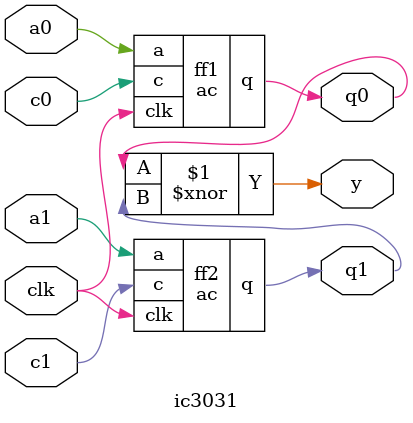
<source format=v>
`timescale 1ns / 1ps

module ac(
    input a,
    input c,
    input clk,
    output reg q
    );
    
    initial begin
        q = 0;
    end

    // write your code here
	 
	 always @(posedge clk)
		begin
		case({a,c})
			{1'b0,1'b0}: begin q<=  1'b1; end
			{1'b1,1'b1}: begin q<=  1'b1; end
			{1'b0,1'b1}: begin q<=  !q; end
			{1'b1,1'b0}: begin q<=  q; end
		endcase
		end

endmodule


module ic3031(
    input a0, 
    input c0, 
    input a1, 
    input c1, 
    input clk, 
    output q0, 
    output q1, 
    output y
    );
    
    // write your code here
	 	ac ff1(.a(a0), .c(c0), .clk(clk), .q(q0));
		ac ff2(.a(a1), .c(c1), .clk(clk), .q(q1));
		assign y = (q0 ~^ q1);
	
	 
	 

endmodule

</source>
